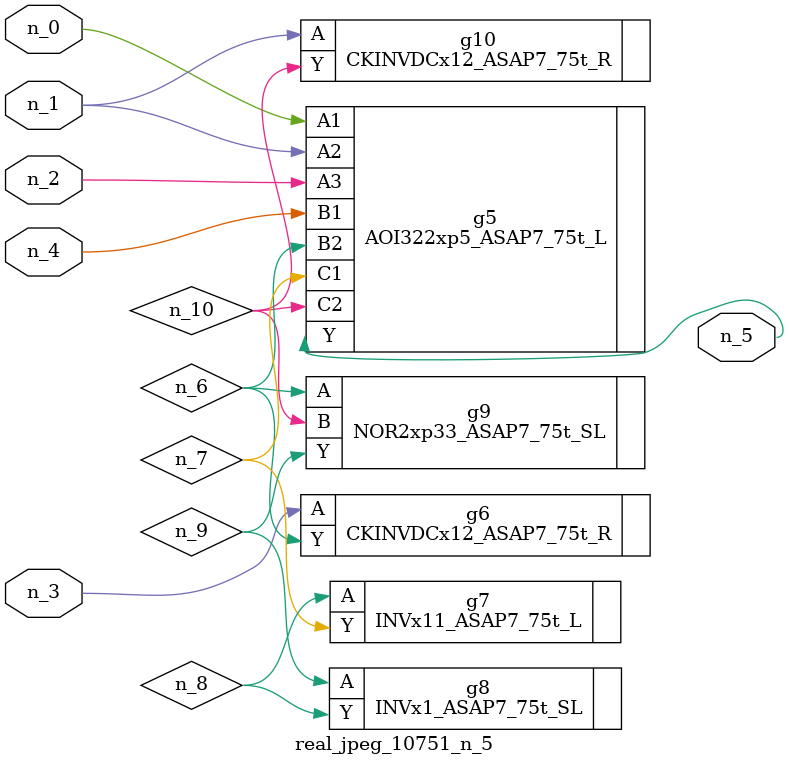
<source format=v>
module real_jpeg_10751_n_5 (n_4, n_0, n_1, n_2, n_3, n_5);

input n_4;
input n_0;
input n_1;
input n_2;
input n_3;

output n_5;

wire n_8;
wire n_6;
wire n_7;
wire n_10;
wire n_9;

AOI322xp5_ASAP7_75t_L g5 ( 
.A1(n_0),
.A2(n_1),
.A3(n_2),
.B1(n_4),
.B2(n_6),
.C1(n_7),
.C2(n_10),
.Y(n_5)
);

CKINVDCx12_ASAP7_75t_R g10 ( 
.A(n_1),
.Y(n_10)
);

CKINVDCx12_ASAP7_75t_R g6 ( 
.A(n_3),
.Y(n_6)
);

NOR2xp33_ASAP7_75t_SL g9 ( 
.A(n_6),
.B(n_10),
.Y(n_9)
);

INVx11_ASAP7_75t_L g7 ( 
.A(n_8),
.Y(n_7)
);

INVx1_ASAP7_75t_SL g8 ( 
.A(n_9),
.Y(n_8)
);


endmodule
</source>
